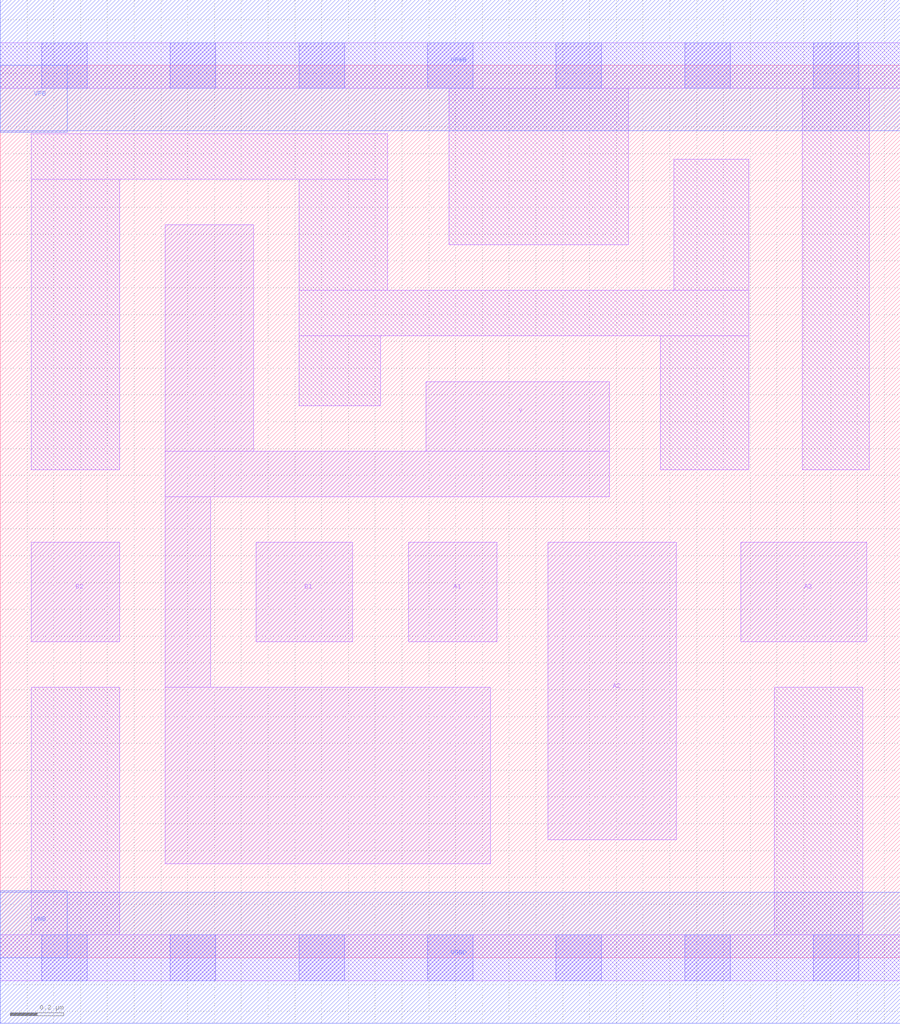
<source format=lef>
# Copyright 2020 The SkyWater PDK Authors
#
# Licensed under the Apache License, Version 2.0 (the "License");
# you may not use this file except in compliance with the License.
# You may obtain a copy of the License at
#
#     https://www.apache.org/licenses/LICENSE-2.0
#
# Unless required by applicable law or agreed to in writing, software
# distributed under the License is distributed on an "AS IS" BASIS,
# WITHOUT WARRANTIES OR CONDITIONS OF ANY KIND, either express or implied.
# See the License for the specific language governing permissions and
# limitations under the License.
#
# SPDX-License-Identifier: Apache-2.0

VERSION 5.5 ;
NAMESCASESENSITIVE ON ;
BUSBITCHARS "[]" ;
DIVIDERCHAR "/" ;
MACRO sky130_fd_sc_hs__a32oi_1
  CLASS CORE ;
  SOURCE USER ;
  ORIGIN  0.000000  0.000000 ;
  SIZE  3.360000 BY  3.330000 ;
  SYMMETRY X Y ;
  SITE unit ;
  PIN A1
    ANTENNAGATEAREA  0.279000 ;
    DIRECTION INPUT ;
    USE SIGNAL ;
    PORT
      LAYER li1 ;
        RECT 1.525000 1.180000 1.855000 1.550000 ;
    END
  END A1
  PIN A2
    ANTENNAGATEAREA  0.279000 ;
    DIRECTION INPUT ;
    USE SIGNAL ;
    PORT
      LAYER li1 ;
        RECT 2.045000 0.440000 2.525000 1.550000 ;
    END
  END A2
  PIN A3
    ANTENNAGATEAREA  0.279000 ;
    DIRECTION INPUT ;
    USE SIGNAL ;
    PORT
      LAYER li1 ;
        RECT 2.765000 1.180000 3.235000 1.550000 ;
    END
  END A3
  PIN B1
    ANTENNAGATEAREA  0.279000 ;
    DIRECTION INPUT ;
    USE SIGNAL ;
    PORT
      LAYER li1 ;
        RECT 0.955000 1.180000 1.315000 1.550000 ;
    END
  END B1
  PIN B2
    ANTENNAGATEAREA  0.279000 ;
    DIRECTION INPUT ;
    USE SIGNAL ;
    PORT
      LAYER li1 ;
        RECT 0.115000 1.180000 0.445000 1.550000 ;
    END
  END B2
  PIN Y
    ANTENNADIFFAREA  0.998800 ;
    DIRECTION OUTPUT ;
    USE SIGNAL ;
    PORT
      LAYER li1 ;
        RECT 0.615000 0.350000 1.830000 1.010000 ;
        RECT 0.615000 1.010000 0.785000 1.720000 ;
        RECT 0.615000 1.720000 2.275000 1.890000 ;
        RECT 0.615000 1.890000 0.945000 2.735000 ;
        RECT 1.590000 1.890000 2.275000 2.150000 ;
    END
  END Y
  PIN VGND
    DIRECTION INOUT ;
    USE GROUND ;
    PORT
      LAYER met1 ;
        RECT 0.000000 -0.245000 3.360000 0.245000 ;
    END
  END VGND
  PIN VNB
    DIRECTION INOUT ;
    USE GROUND ;
    PORT
      LAYER met1 ;
        RECT 0.000000 0.000000 0.250000 0.250000 ;
    END
  END VNB
  PIN VPB
    DIRECTION INOUT ;
    USE POWER ;
    PORT
      LAYER met1 ;
        RECT 0.000000 3.080000 0.250000 3.330000 ;
    END
  END VPB
  PIN VPWR
    DIRECTION INOUT ;
    USE POWER ;
    PORT
      LAYER met1 ;
        RECT 0.000000 3.085000 3.360000 3.575000 ;
    END
  END VPWR
  OBS
    LAYER li1 ;
      RECT 0.000000 -0.085000 3.360000 0.085000 ;
      RECT 0.000000  3.245000 3.360000 3.415000 ;
      RECT 0.115000  0.085000 0.445000 1.010000 ;
      RECT 0.115000  1.820000 0.445000 2.905000 ;
      RECT 0.115000  2.905000 1.445000 3.075000 ;
      RECT 1.115000  2.060000 1.420000 2.320000 ;
      RECT 1.115000  2.320000 2.795000 2.490000 ;
      RECT 1.115000  2.490000 1.445000 2.905000 ;
      RECT 1.675000  2.660000 2.345000 3.245000 ;
      RECT 2.465000  1.820000 2.795000 2.320000 ;
      RECT 2.515000  2.490000 2.795000 2.980000 ;
      RECT 2.890000  0.085000 3.220000 1.010000 ;
      RECT 2.995000  1.820000 3.245000 3.245000 ;
    LAYER mcon ;
      RECT 0.155000 -0.085000 0.325000 0.085000 ;
      RECT 0.155000  3.245000 0.325000 3.415000 ;
      RECT 0.635000 -0.085000 0.805000 0.085000 ;
      RECT 0.635000  3.245000 0.805000 3.415000 ;
      RECT 1.115000 -0.085000 1.285000 0.085000 ;
      RECT 1.115000  3.245000 1.285000 3.415000 ;
      RECT 1.595000 -0.085000 1.765000 0.085000 ;
      RECT 1.595000  3.245000 1.765000 3.415000 ;
      RECT 2.075000 -0.085000 2.245000 0.085000 ;
      RECT 2.075000  3.245000 2.245000 3.415000 ;
      RECT 2.555000 -0.085000 2.725000 0.085000 ;
      RECT 2.555000  3.245000 2.725000 3.415000 ;
      RECT 3.035000 -0.085000 3.205000 0.085000 ;
      RECT 3.035000  3.245000 3.205000 3.415000 ;
  END
END sky130_fd_sc_hs__a32oi_1

</source>
